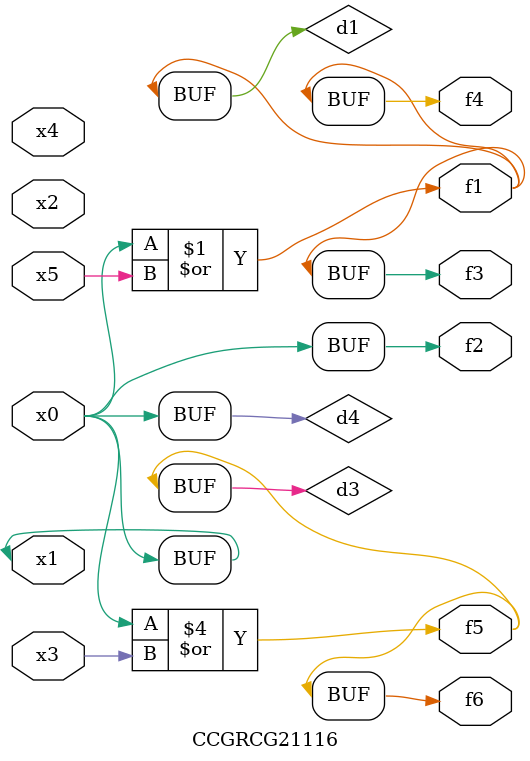
<source format=v>
module CCGRCG21116(
	input x0, x1, x2, x3, x4, x5,
	output f1, f2, f3, f4, f5, f6
);

	wire d1, d2, d3, d4;

	or (d1, x0, x5);
	xnor (d2, x1, x4);
	or (d3, x0, x3);
	buf (d4, x0, x1);
	assign f1 = d1;
	assign f2 = d4;
	assign f3 = d1;
	assign f4 = d1;
	assign f5 = d3;
	assign f6 = d3;
endmodule

</source>
